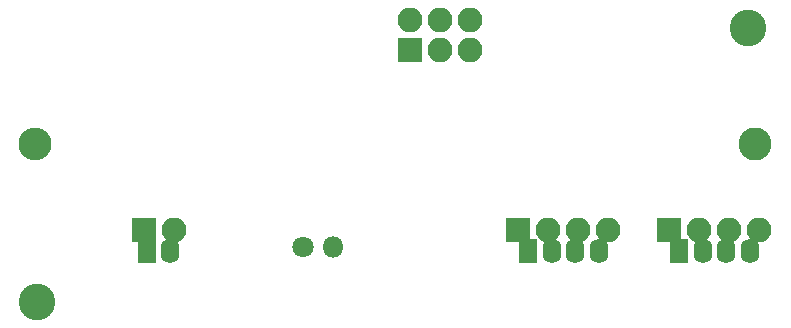
<source format=gbs>
G04 #@! TF.GenerationSoftware,KiCad,Pcbnew,(5.0.0-rc2-160-g7b7355772)*
G04 #@! TF.CreationDate,2018-09-02T18:15:38+01:00*
G04 #@! TF.ProjectId,BMS_Cell_Module,424D535F43656C6C5F4D6F64756C652E,3.0*
G04 #@! TF.SameCoordinates,Original*
G04 #@! TF.FileFunction,Soldermask,Bot*
G04 #@! TF.FilePolarity,Negative*
%FSLAX46Y46*%
G04 Gerber Fmt 4.6, Leading zero omitted, Abs format (unit mm)*
G04 Created by KiCad (PCBNEW (5.0.0-rc2-160-g7b7355772)) date 09/02/18 18:15:38*
%MOMM*%
%LPD*%
G01*
G04 APERTURE LIST*
%ADD10O,2.800000X2.800000*%
%ADD11C,2.800000*%
%ADD12R,2.100000X2.100000*%
%ADD13O,2.100000X2.100000*%
%ADD14C,3.100000*%
%ADD15R,1.600000X2.100000*%
%ADD16O,1.600000X2.100000*%
%ADD17C,1.800000*%
%ADD18O,1.800000X1.800000*%
G04 APERTURE END LIST*
D10*
G04 #@! TO.C,R1*
X110640000Y-83250000D03*
D11*
X171600000Y-83250000D03*
G04 #@! TD*
D12*
G04 #@! TO.C,REF\002A\002A*
X164325000Y-90550000D03*
D13*
X166865000Y-90550000D03*
X169405000Y-90550000D03*
X171945000Y-90550000D03*
G04 #@! TD*
D14*
G04 #@! TO.C,REF\002A\002A*
X110800000Y-96600000D03*
G04 #@! TD*
G04 #@! TO.C,REF\002A\002A*
X171000000Y-73400000D03*
G04 #@! TD*
D15*
G04 #@! TO.C,J2*
X152350000Y-92300000D03*
D16*
X154350000Y-92300000D03*
X156350000Y-92300000D03*
X158350000Y-92300000D03*
G04 #@! TD*
D15*
G04 #@! TO.C,J3*
X165129762Y-92300000D03*
D16*
X167129762Y-92300000D03*
X169129762Y-92300000D03*
X171129762Y-92300000D03*
G04 #@! TD*
D12*
G04 #@! TO.C,ISP1*
X142400000Y-75250000D03*
D13*
X142400000Y-72710000D03*
X144940000Y-75250000D03*
X144940000Y-72710000D03*
X147480000Y-75250000D03*
X147480000Y-72710000D03*
G04 #@! TD*
D17*
G04 #@! TO.C,TH1*
X133275000Y-91950000D03*
D18*
X135815000Y-91950000D03*
G04 #@! TD*
D15*
G04 #@! TO.C,J1*
X120075000Y-92300000D03*
D16*
X122075000Y-92300000D03*
G04 #@! TD*
D13*
G04 #@! TO.C,REF\002A\002A*
X159160000Y-90550000D03*
X156620000Y-90550000D03*
X154080000Y-90550000D03*
D12*
X151540000Y-90550000D03*
G04 #@! TD*
D13*
G04 #@! TO.C,REF\002A\002A*
X122340000Y-90550000D03*
D12*
X119800000Y-90550000D03*
G04 #@! TD*
M02*

</source>
